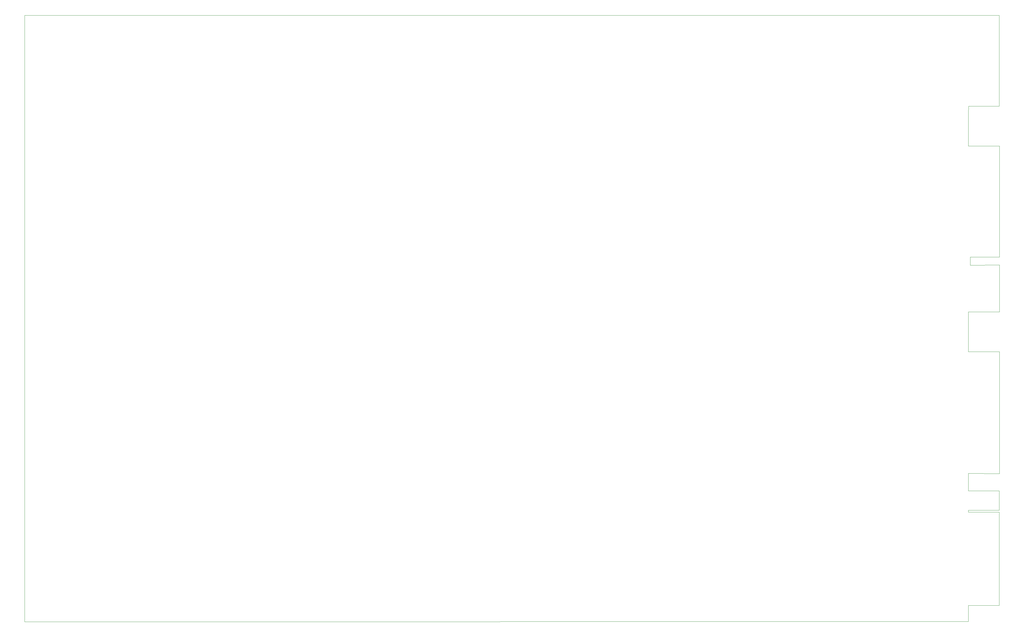
<source format=gm1>
G04 #@! TF.GenerationSoftware,KiCad,Pcbnew,6.0.2-378541a8eb~116~ubuntu20.04.1*
G04 #@! TF.CreationDate,2022-03-04T10:43:17-05:00*
G04 #@! TF.ProjectId,gp-mpu,67702d6d-7075-42e6-9b69-6361645f7063,rev?*
G04 #@! TF.SameCoordinates,Original*
G04 #@! TF.FileFunction,Profile,NP*
%FSLAX46Y46*%
G04 Gerber Fmt 4.6, Leading zero omitted, Abs format (unit mm)*
G04 Created by KiCad (PCBNEW 6.0.2-378541a8eb~116~ubuntu20.04.1) date 2022-03-04 10:43:17*
%MOMM*%
%LPD*%
G01*
G04 APERTURE LIST*
G04 #@! TA.AperFunction,Profile*
%ADD10C,0.100000*%
G04 #@! TD*
G04 #@! TA.AperFunction,Profile*
%ADD11C,0.120000*%
G04 #@! TD*
G04 APERTURE END LIST*
D10*
X292481000Y-103378000D02*
X292481000Y-93314000D01*
X292430200Y-143484600D02*
X302133000Y-143510000D01*
X302006000Y-1270000D02*
X-5000Y-1270000D01*
X302107600Y-105714800D02*
X302133000Y-143510000D01*
X-5000Y-189484000D02*
X292405200Y-189402200D01*
X-5000Y-1270000D02*
X-5000Y-189484000D01*
X292506400Y-29464000D02*
X292481000Y-31800800D01*
X302006000Y-29464000D02*
X302006000Y-1270000D01*
X302006000Y-29464000D02*
X292506400Y-29464000D01*
X292481000Y-31750000D02*
X292481000Y-41814000D01*
X292430200Y-146302200D02*
X292430200Y-143484600D01*
X292455600Y-105714800D02*
X302107600Y-105714800D01*
X292455600Y-105714800D02*
X292481000Y-103378000D01*
D11*
X292480200Y-155502200D02*
X292480200Y-154852200D01*
X302030200Y-155502200D02*
X292480200Y-155502200D01*
X292480200Y-154852200D02*
X302030200Y-154852200D01*
X302030200Y-154852200D02*
X302030200Y-148827200D01*
X292405200Y-184402200D02*
X292405200Y-189402200D01*
X302030200Y-184402200D02*
X292405200Y-184402200D01*
X292430200Y-148752200D02*
X292430200Y-146302200D01*
X302030200Y-155502200D02*
X302030200Y-184402200D01*
D10*
X292418300Y-148827200D02*
X302030200Y-148827200D01*
D11*
X302025000Y-93314000D02*
X292525000Y-93314000D01*
X293025000Y-76314000D02*
X302100000Y-76314000D01*
X302100000Y-78789000D02*
X293025000Y-78814000D01*
X302100000Y-41814000D02*
X302100000Y-76314000D01*
X293025000Y-78814000D02*
X293025000Y-76314000D01*
X302100000Y-41814000D02*
X292525000Y-41814000D01*
X302100000Y-78789000D02*
X302100000Y-93289000D01*
M02*

</source>
